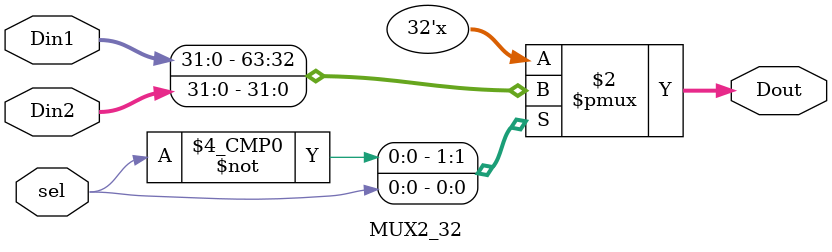
<source format=v>

module  MUX2_32(Din1,Din2,sel,Dout);
parameter SIZE=32;

input [SIZE-1:0] Din1,Din2;
input sel;
output  reg [SIZE-1:0] Dout;
always@(*)begin
    case(sel)
        1'b0: Dout<=Din1;
        1'b1: Dout<=Din2;
        default: Dout<=Din1;
    endcase    
end

endmodule
</source>
